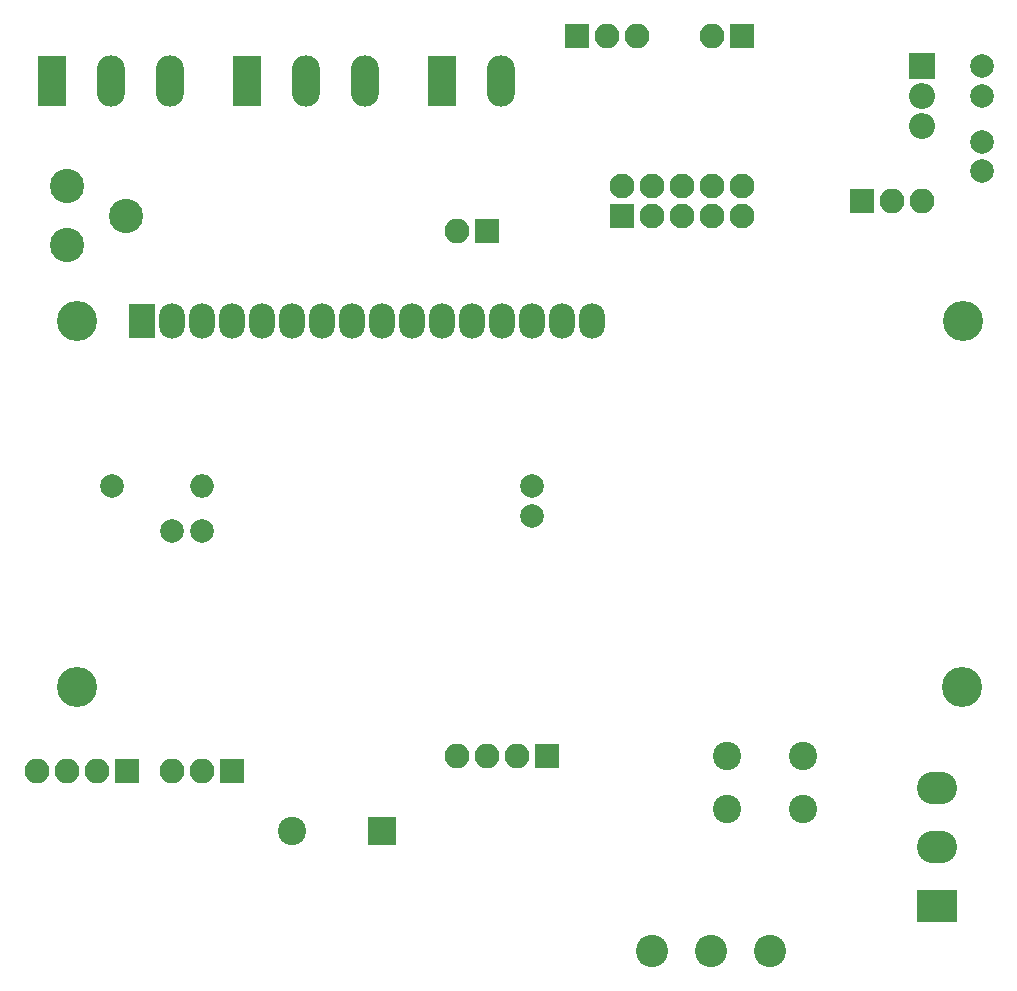
<source format=gbr>
G04 #@! TF.FileFunction,Soldermask,Bot*
%FSLAX46Y46*%
G04 Gerber Fmt 4.6, Leading zero omitted, Abs format (unit mm)*
G04 Created by KiCad (PCBNEW 4.0.7) date Tuesday, 27 March 2018 13:53:10*
%MOMM*%
%LPD*%
G01*
G04 APERTURE LIST*
%ADD10C,0.100000*%
%ADD11R,2.400000X2.400000*%
%ADD12C,2.400000*%
%ADD13C,2.000000*%
%ADD14C,2.900000*%
%ADD15R,2.100000X2.100000*%
%ADD16O,2.100000X2.100000*%
%ADD17R,2.380000X4.360000*%
%ADD18O,2.380000X4.360000*%
%ADD19O,2.000000X2.000000*%
%ADD20C,2.100000*%
%ADD21R,3.400000X2.750000*%
%ADD22O,3.400000X2.750000*%
%ADD23C,2.740000*%
%ADD24R,2.200000X2.200000*%
%ADD25O,2.200000X2.200000*%
%ADD26R,2.200000X3.000000*%
%ADD27O,2.200000X3.000000*%
%ADD28C,3.400000*%
G04 APERTURE END LIST*
D10*
D11*
X135890000Y-113030000D03*
D12*
X128290000Y-113030000D03*
D13*
X186690000Y-48260000D03*
X186690000Y-50760000D03*
X186690000Y-57150000D03*
X186690000Y-54650000D03*
X148590000Y-83820000D03*
X148590000Y-86320000D03*
X120650000Y-87630000D03*
X118150000Y-87630000D03*
D14*
X114260000Y-60920000D03*
X109220000Y-63420000D03*
X109220000Y-58420000D03*
D15*
X176530000Y-59690000D03*
D16*
X179070000Y-59690000D03*
X181610000Y-59690000D03*
D15*
X149860000Y-106680000D03*
D16*
X147320000Y-106680000D03*
X144780000Y-106680000D03*
X142240000Y-106680000D03*
D15*
X123190000Y-107950000D03*
D16*
X120650000Y-107950000D03*
X118110000Y-107950000D03*
D17*
X140970000Y-49530000D03*
D18*
X145970000Y-49530000D03*
D17*
X107950000Y-49530000D03*
D18*
X112950000Y-49530000D03*
X117950000Y-49530000D03*
D15*
X152400000Y-45720000D03*
D16*
X154940000Y-45720000D03*
X157480000Y-45720000D03*
D17*
X124460000Y-49530000D03*
D18*
X129460000Y-49530000D03*
X134460000Y-49530000D03*
D15*
X114300000Y-107950000D03*
D16*
X111760000Y-107950000D03*
X109220000Y-107950000D03*
X106680000Y-107950000D03*
D15*
X166370000Y-45720000D03*
D16*
X163830000Y-45720000D03*
D13*
X113030000Y-83820000D03*
D19*
X120650000Y-83820000D03*
D15*
X156210000Y-60960000D03*
D20*
X156210000Y-58420000D03*
X158750000Y-60960000D03*
X158750000Y-58420000D03*
X161290000Y-60960000D03*
X161290000Y-58420000D03*
X163830000Y-60960000D03*
X163830000Y-58420000D03*
X166370000Y-60960000D03*
X166370000Y-58420000D03*
D21*
X182880000Y-119380000D03*
D22*
X182880000Y-114380000D03*
X182880000Y-109380000D03*
D12*
X165100000Y-111180000D03*
X165100000Y-106680000D03*
X171600000Y-111180000D03*
X171600000Y-106680000D03*
D23*
X168750000Y-123190000D03*
X163750000Y-123190000D03*
X158750000Y-123190000D03*
D24*
X181610000Y-48260000D03*
D25*
X181610000Y-50800000D03*
X181610000Y-53340000D03*
D26*
X115570000Y-69850000D03*
D27*
X118110000Y-69850000D03*
X120650000Y-69850000D03*
X123190000Y-69850000D03*
X125730000Y-69850000D03*
X128270000Y-69850000D03*
X130810000Y-69850000D03*
X133350000Y-69850000D03*
X135890000Y-69850000D03*
X138430000Y-69850000D03*
X140970000Y-69850000D03*
X143510000Y-69850000D03*
X146050000Y-69850000D03*
X148590000Y-69850000D03*
X151130000Y-69850000D03*
X153670000Y-69850000D03*
D28*
X110070900Y-69850000D03*
X110070900Y-100850700D03*
X185069480Y-100850700D03*
X185070000Y-69850000D03*
D15*
X144780000Y-62230000D03*
D16*
X142240000Y-62230000D03*
M02*

</source>
